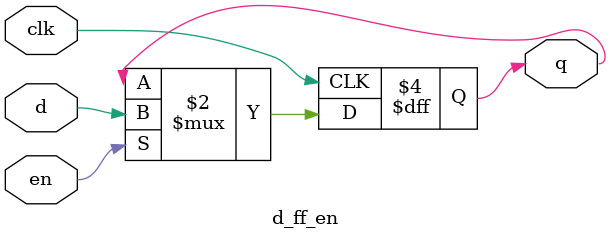
<source format=v>
module d_ff_en(input clk, en, d, output reg q);
    always @(posedge clk) begin
        if (en)
            q <= d;
    end
endmodule

</source>
